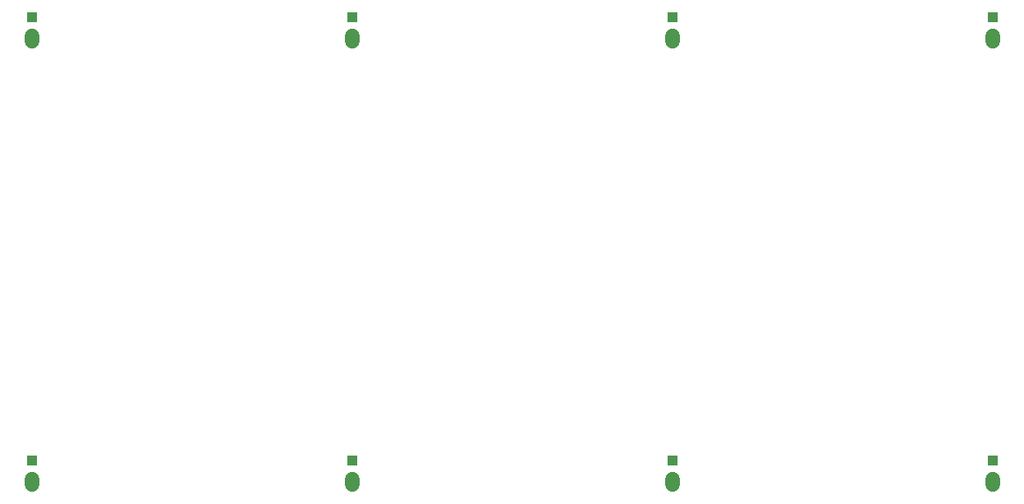
<source format=gtp>
G04 ---------------------------- Layer name :TOP PASTER LAYER*
G04 easyEDA 0.1*
G04 Scale: 100 percent, Rotated: No, Reflected: No *
G04 Dimensions in inches *
G04 leading zeros omitted , absolute positions ,2 integer and 4 * 
%FSLAX24Y24*%
%MOIN*%
G90*
G70D02*

%ADD11C,0.060000*%
%ADD15R,0.039400X0.043300*%

%LPD*%
G54D11*
G01X6000Y111100D02*
G01X6000Y110900D01*
G01X19000Y111100D02*
G01X19000Y110900D01*
G01X32000Y111100D02*
G01X32000Y110900D01*
G01X45000Y111100D02*
G01X45000Y110900D01*
G01X6000Y93100D02*
G01X6000Y92900D01*
G01X19000Y93100D02*
G01X19000Y92900D01*
G01X32000Y93100D02*
G01X32000Y92900D01*
G01X45000Y93100D02*
G01X45000Y92900D01*
G54D15*
G01X19000Y111890D03*
G01X32000Y111890D03*
G01X45000Y111890D03*
G01X6000Y93890D03*
G01X19000Y93890D03*
G01X32000Y93890D03*
G01X45000Y93890D03*
G01X6000Y111890D03*

M00*
M02*
</source>
